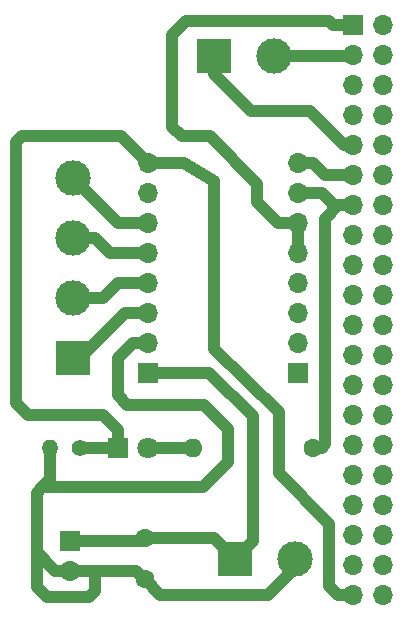
<source format=gbr>
%TF.GenerationSoftware,KiCad,Pcbnew,(5.1.7)-1*%
%TF.CreationDate,2020-10-27T16:51:06-05:00*%
%TF.ProjectId,PCB_Motor,5043425f-4d6f-4746-9f72-2e6b69636164,rev?*%
%TF.SameCoordinates,Original*%
%TF.FileFunction,Copper,L1,Top*%
%TF.FilePolarity,Positive*%
%FSLAX46Y46*%
G04 Gerber Fmt 4.6, Leading zero omitted, Abs format (unit mm)*
G04 Created by KiCad (PCBNEW (5.1.7)-1) date 2020-10-27 16:51:06*
%MOMM*%
%LPD*%
G01*
G04 APERTURE LIST*
%TA.AperFunction,ComponentPad*%
%ADD10R,1.700000X1.700000*%
%TD*%
%TA.AperFunction,ComponentPad*%
%ADD11O,1.700000X1.700000*%
%TD*%
%TA.AperFunction,ComponentPad*%
%ADD12R,3.000000X3.000000*%
%TD*%
%TA.AperFunction,ComponentPad*%
%ADD13C,3.000000*%
%TD*%
%TA.AperFunction,ComponentPad*%
%ADD14C,1.600000*%
%TD*%
%TA.AperFunction,ComponentPad*%
%ADD15R,1.800000X1.800000*%
%TD*%
%TA.AperFunction,ComponentPad*%
%ADD16C,1.800000*%
%TD*%
%TA.AperFunction,ComponentPad*%
%ADD17O,1.600000X1.600000*%
%TD*%
%TA.AperFunction,ComponentPad*%
%ADD18C,1.400000*%
%TD*%
%TA.AperFunction,ComponentPad*%
%ADD19O,1.400000X1.400000*%
%TD*%
%TA.AperFunction,Conductor*%
%ADD20C,1.000000*%
%TD*%
G04 APERTURE END LIST*
D10*
%TO.P,Pi4,1*%
%TO.N,Net-(J1-Pad1)*%
X116489480Y-92506800D03*
D11*
%TO.P,Pi4,2*%
%TO.N,Net-(J1-Pad2)*%
X119029480Y-92506800D03*
%TO.P,Pi4,3*%
%TO.N,Net-(J1-Pad3)*%
X116489480Y-95046800D03*
%TO.P,Pi4,4*%
%TO.N,Net-(J1-Pad4)*%
X119029480Y-95046800D03*
%TO.P,Pi4,5*%
%TO.N,Net-(J1-Pad5)*%
X116489480Y-97586800D03*
%TO.P,Pi4,6*%
%TO.N,Net-(J1-Pad6)*%
X119029480Y-97586800D03*
%TO.P,Pi4,7*%
%TO.N,Net-(J1-Pad7)*%
X116489480Y-100126800D03*
%TO.P,Pi4,8*%
%TO.N,Net-(J1-Pad8)*%
X119029480Y-100126800D03*
%TO.P,Pi4,9*%
%TO.N,GND*%
X116489480Y-102666800D03*
%TO.P,Pi4,10*%
%TO.N,Net-(J1-Pad10)*%
X119029480Y-102666800D03*
%TO.P,Pi4,11*%
%TO.N,Net-(J1-Pad11)*%
X116489480Y-105206800D03*
%TO.P,Pi4,12*%
%TO.N,Net-(J1-Pad12)*%
X119029480Y-105206800D03*
%TO.P,Pi4,13*%
%TO.N,Net-(J1-Pad13)*%
X116489480Y-107746800D03*
%TO.P,Pi4,14*%
%TO.N,Net-(J1-Pad14)*%
X119029480Y-107746800D03*
%TO.P,Pi4,15*%
%TO.N,Net-(J1-Pad15)*%
X116489480Y-110286800D03*
%TO.P,Pi4,16*%
%TO.N,Net-(J1-Pad16)*%
X119029480Y-110286800D03*
%TO.P,Pi4,17*%
%TO.N,Net-(J1-Pad17)*%
X116489480Y-112826800D03*
%TO.P,Pi4,18*%
%TO.N,Net-(J1-Pad18)*%
X119029480Y-112826800D03*
%TO.P,Pi4,19*%
%TO.N,Net-(J1-Pad19)*%
X116489480Y-115366800D03*
%TO.P,Pi4,20*%
%TO.N,Net-(J1-Pad20)*%
X119029480Y-115366800D03*
%TO.P,Pi4,21*%
%TO.N,Net-(J1-Pad21)*%
X116489480Y-117906800D03*
%TO.P,Pi4,22*%
%TO.N,Net-(J1-Pad22)*%
X119029480Y-117906800D03*
%TO.P,Pi4,23*%
%TO.N,Net-(J1-Pad23)*%
X116489480Y-120446800D03*
%TO.P,Pi4,24*%
%TO.N,Net-(J1-Pad24)*%
X119029480Y-120446800D03*
%TO.P,Pi4,25*%
%TO.N,Net-(J1-Pad25)*%
X116489480Y-122986800D03*
%TO.P,Pi4,26*%
%TO.N,Net-(J1-Pad26)*%
X119029480Y-122986800D03*
%TO.P,Pi4,27*%
%TO.N,Net-(J1-Pad27)*%
X116489480Y-125526800D03*
%TO.P,Pi4,28*%
%TO.N,Net-(J1-Pad28)*%
X119029480Y-125526800D03*
%TO.P,Pi4,29*%
%TO.N,Net-(J1-Pad29)*%
X116489480Y-128066800D03*
%TO.P,Pi4,30*%
%TO.N,Net-(J1-Pad30)*%
X119029480Y-128066800D03*
%TO.P,Pi4,31*%
%TO.N,Net-(J1-Pad31)*%
X116489480Y-130606800D03*
%TO.P,Pi4,32*%
%TO.N,Net-(J1-Pad32)*%
X119029480Y-130606800D03*
%TO.P,Pi4,33*%
%TO.N,Net-(J1-Pad33)*%
X116489480Y-133146800D03*
%TO.P,Pi4,34*%
%TO.N,Net-(J1-Pad34)*%
X119029480Y-133146800D03*
%TO.P,Pi4,35*%
%TO.N,Net-(J1-Pad35)*%
X116489480Y-135686800D03*
%TO.P,Pi4,36*%
%TO.N,Net-(J1-Pad36)*%
X119029480Y-135686800D03*
%TO.P,Pi4,37*%
%TO.N,Net-(J1-Pad37)*%
X116489480Y-138226800D03*
%TO.P,Pi4,38*%
%TO.N,Net-(J1-Pad38)*%
X119029480Y-138226800D03*
%TO.P,Pi4,39*%
%TO.N,GND*%
X116489480Y-140766800D03*
%TO.P,Pi4,40*%
%TO.N,Net-(J1-Pad40)*%
X119029480Y-140766800D03*
%TD*%
D12*
%TO.P,Vin,1*%
%TO.N,Net-(C1-Pad1)*%
X106426000Y-137668000D03*
D13*
%TO.P,Vin,2*%
%TO.N,Net-(C1-Pad2)*%
X111506000Y-137668000D03*
%TD*%
%TO.P,MOTOR,2*%
%TO.N,Net-(J4-Pad4)*%
X92710000Y-115570000D03*
%TO.P,MOTOR,3*%
%TO.N,Net-(J4-Pad5)*%
X92710000Y-110490000D03*
D12*
%TO.P,MOTOR,1*%
%TO.N,Net-(J4-Pad3)*%
X92710000Y-120650000D03*
D13*
%TO.P,MOTOR,4*%
%TO.N,Net-(J4-Pad6)*%
X92710000Y-105410000D03*
%TD*%
D14*
%TO.P,C1,1*%
%TO.N,Net-(C1-Pad1)*%
X98806000Y-135890000D03*
%TO.P,C1,2*%
%TO.N,Net-(C1-Pad2)*%
X98806000Y-139390000D03*
%TD*%
D15*
%TO.P,LED,1*%
%TO.N,GND*%
X96520000Y-128270000D03*
D16*
%TO.P,LED,2*%
%TO.N,Net-(D1-Pad2)*%
X99060000Y-128270000D03*
%TD*%
D13*
%TO.P,Laser,2*%
%TO.N,Net-(J1-Pad3)*%
X109753400Y-95123000D03*
D12*
%TO.P,Laser,1*%
%TO.N,GND*%
X104673400Y-95123000D03*
%TD*%
D10*
%TO.P,J3,1*%
%TO.N,Net-(J3-Pad1)*%
X111760000Y-121920000D03*
D11*
%TO.P,J3,2*%
%TO.N,Net-(J3-Pad2)*%
X111760000Y-119380000D03*
%TO.P,J3,3*%
%TO.N,Net-(J3-Pad3)*%
X111760000Y-116840000D03*
%TO.P,J3,4*%
%TO.N,Net-(J3-Pad4)*%
X111760000Y-114300000D03*
%TO.P,J3,5*%
%TO.N,Net-(J1-Pad1)*%
X111760000Y-111760000D03*
%TO.P,J3,6*%
X111760000Y-109220000D03*
%TO.P,J3,7*%
%TO.N,Net-(J1-Pad13)*%
X111760000Y-106680000D03*
%TO.P,J3,8*%
%TO.N,Net-(J1-Pad11)*%
X111760000Y-104140000D03*
%TD*%
D10*
%TO.P,DRV8825,1*%
%TO.N,Net-(C1-Pad1)*%
X99060000Y-121920000D03*
D11*
%TO.P,DRV8825,2*%
%TO.N,Net-(C1-Pad2)*%
X99060000Y-119380000D03*
%TO.P,DRV8825,3*%
%TO.N,Net-(J4-Pad3)*%
X99060000Y-116840000D03*
%TO.P,DRV8825,4*%
%TO.N,Net-(J4-Pad4)*%
X99060000Y-114300000D03*
%TO.P,DRV8825,5*%
%TO.N,Net-(J4-Pad5)*%
X99060000Y-111760000D03*
%TO.P,DRV8825,6*%
%TO.N,Net-(J4-Pad6)*%
X99060000Y-109220000D03*
%TO.P,DRV8825,7*%
%TO.N,Net-(J4-Pad7)*%
X99060000Y-106680000D03*
%TO.P,DRV8825,8*%
%TO.N,GND*%
X99060000Y-104140000D03*
%TD*%
D10*
%TO.P,Vin2,1*%
%TO.N,Net-(C1-Pad1)*%
X92456000Y-136144000D03*
D11*
%TO.P,Vin2,2*%
%TO.N,Net-(C1-Pad2)*%
X92456000Y-138684000D03*
%TD*%
D14*
%TO.P,R1,1*%
%TO.N,Net-(J1-Pad13)*%
X113030000Y-128270000D03*
D17*
%TO.P,R1,2*%
%TO.N,Net-(D1-Pad2)*%
X102870000Y-128270000D03*
%TD*%
D18*
%TO.P,TD,1*%
%TO.N,GND*%
X93345000Y-128270000D03*
D19*
%TO.P,TD,2*%
%TO.N,Net-(C1-Pad2)*%
X90805000Y-128270000D03*
%TD*%
D20*
%TO.N,Net-(C1-Pad1)*%
X104648000Y-135890000D02*
X106426000Y-137668000D01*
X98806000Y-135890000D02*
X104648000Y-135890000D01*
X107950000Y-136144000D02*
X106426000Y-137668000D01*
X104241600Y-121920000D02*
X107950000Y-125628400D01*
X107950000Y-125628400D02*
X107950000Y-136144000D01*
X99060000Y-121920000D02*
X104241600Y-121920000D01*
X98552000Y-136144000D02*
X98806000Y-135890000D01*
X92456000Y-136144000D02*
X98552000Y-136144000D01*
%TO.N,Net-(C1-Pad2)*%
X98817798Y-124637800D02*
X98779698Y-124675900D01*
X98817798Y-124637800D02*
X97332800Y-124637800D01*
X97332800Y-124637800D02*
X96520000Y-123825000D01*
X97857919Y-119380000D02*
X99060000Y-119380000D01*
X96520000Y-120717919D02*
X97857919Y-119380000D01*
X96520000Y-123825000D02*
X96520000Y-120717919D01*
X98806000Y-139390000D02*
X100132000Y-140716000D01*
X100132000Y-140716000D02*
X109220000Y-140716000D01*
X111506000Y-138430000D02*
X111506000Y-137668000D01*
X109220000Y-140716000D02*
X111506000Y-138430000D01*
X98100000Y-138684000D02*
X98806000Y-139390000D01*
X91253919Y-138684000D02*
X92456000Y-138684000D01*
X90131900Y-131610100D02*
X89662000Y-132080000D01*
X89662000Y-137092081D02*
X91253919Y-138684000D01*
X103784400Y-131610100D02*
X90131900Y-131610100D01*
X105867200Y-129527300D02*
X103784400Y-131610100D01*
X89662000Y-132080000D02*
X89662000Y-137092081D01*
X105867200Y-126695200D02*
X105867200Y-129527300D01*
X103809800Y-124637800D02*
X105867200Y-126695200D01*
X98817798Y-124637800D02*
X103809800Y-124637800D01*
X90805000Y-130937000D02*
X90131900Y-131610100D01*
X90805000Y-128270000D02*
X90805000Y-130937000D01*
X94640400Y-138684000D02*
X94640400Y-140411200D01*
X92456000Y-138684000D02*
X94640400Y-138684000D01*
X94640400Y-138684000D02*
X98100000Y-138684000D01*
X94640400Y-140411200D02*
X94132400Y-140919200D01*
X94132400Y-140919200D02*
X90525600Y-140919200D01*
X89662000Y-140055600D02*
X89662000Y-137092081D01*
X90525600Y-140919200D02*
X89662000Y-140055600D01*
%TO.N,GND*%
X96520000Y-128497966D02*
X96520000Y-128270000D01*
X93345000Y-128270000D02*
X96520000Y-128270000D01*
X99060000Y-104140000D02*
X96774000Y-101854000D01*
X96774000Y-101854000D02*
X88392000Y-101854000D01*
X88392000Y-101854000D02*
X87884000Y-102362000D01*
X87884000Y-102362000D02*
X87884000Y-124460000D01*
X87884000Y-124460000D02*
X88900000Y-125476000D01*
X88900000Y-125476000D02*
X95250000Y-125476000D01*
X96520000Y-126746000D02*
X96520000Y-128270000D01*
X95250000Y-125476000D02*
X96520000Y-126746000D01*
X115201700Y-140766800D02*
X116489480Y-140766800D01*
X114439700Y-140004800D02*
X115201700Y-140766800D01*
X114439700Y-134708900D02*
X114439700Y-140004800D01*
X110159800Y-130429000D02*
X114439700Y-134708900D01*
X104648000Y-119888000D02*
X110159800Y-125260100D01*
X110159800Y-125260100D02*
X110159800Y-130429000D01*
X104648000Y-105664000D02*
X104648000Y-119888000D01*
X102108000Y-104140000D02*
X104648000Y-105664000D01*
X99060000Y-104140000D02*
X102108000Y-104140000D01*
X104673400Y-95123000D02*
X104673400Y-96621600D01*
X104673400Y-96621600D02*
X107797600Y-99745800D01*
X107797600Y-99745800D02*
X112801400Y-99745800D01*
X115722400Y-102666800D02*
X116489480Y-102666800D01*
X112801400Y-99745800D02*
X115722400Y-102666800D01*
%TO.N,Net-(D1-Pad2)*%
X99060000Y-128270000D02*
X102870000Y-128270000D01*
%TO.N,Net-(J1-Pad1)*%
X111760000Y-109220000D02*
X111760000Y-111760000D01*
X116489480Y-92506800D02*
X114769900Y-92506800D01*
X114769900Y-92506800D02*
X114401600Y-92138500D01*
X114401600Y-92138500D02*
X102349300Y-92138500D01*
X102349300Y-92138500D02*
X101142800Y-93345000D01*
X101142800Y-93345000D02*
X101142800Y-101130100D01*
X101142800Y-101130100D02*
X101942900Y-101930200D01*
X101942900Y-101930200D02*
X104381300Y-101930200D01*
X104381300Y-101930200D02*
X108369100Y-105918000D01*
X108369100Y-105918000D02*
X108369100Y-107442000D01*
X110147100Y-109220000D02*
X111760000Y-109220000D01*
X108369100Y-107442000D02*
X110147100Y-109220000D01*
%TO.N,Net-(J1-Pad3)*%
X116413280Y-95123000D02*
X116489480Y-95046800D01*
X109753400Y-95123000D02*
X116413280Y-95123000D01*
%TO.N,Net-(J1-Pad11)*%
X111760000Y-104140000D02*
X113055400Y-104140000D01*
X114122200Y-105206800D02*
X116489480Y-105206800D01*
X113055400Y-104140000D02*
X114122200Y-105206800D01*
%TO.N,Net-(J1-Pad13)*%
X113030000Y-128270000D02*
X113817400Y-128270000D01*
X113817400Y-128270000D02*
X114084100Y-128003300D01*
X114084100Y-128003300D02*
X114084100Y-108889800D01*
X115227100Y-107746800D02*
X116489480Y-107746800D01*
X114084100Y-108889800D02*
X115227100Y-107746800D01*
X111760000Y-106680000D02*
X113804700Y-106680000D01*
X114871500Y-107746800D02*
X115227100Y-107746800D01*
X113804700Y-106680000D02*
X114871500Y-107746800D01*
%TO.N,Net-(J4-Pad6)*%
X92710000Y-105410000D02*
X96520000Y-109220000D01*
X96520000Y-109220000D02*
X99060000Y-109220000D01*
%TO.N,Net-(J4-Pad5)*%
X92710000Y-110490000D02*
X94615000Y-110490000D01*
X95885000Y-111760000D02*
X99060000Y-111760000D01*
X94615000Y-110490000D02*
X95885000Y-111760000D01*
%TO.N,Net-(J4-Pad4)*%
X99009200Y-114350800D02*
X99060000Y-114300000D01*
X92710000Y-115570000D02*
X95250000Y-115570000D01*
X96520000Y-114300000D02*
X99060000Y-114300000D01*
X95250000Y-115570000D02*
X96520000Y-114300000D01*
%TO.N,Net-(J4-Pad3)*%
X92710000Y-120650000D02*
X93345000Y-120650000D01*
X97155000Y-116840000D02*
X99060000Y-116840000D01*
X93345000Y-120650000D02*
X97155000Y-116840000D01*
%TD*%
M02*

</source>
